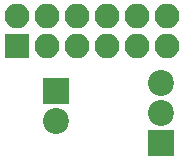
<source format=gbs>
G04 #@! TF.FileFunction,Soldermask,Bot*
%FSLAX46Y46*%
G04 Gerber Fmt 4.6, Leading zero omitted, Abs format (unit mm)*
G04 Created by KiCad (PCBNEW 4.0.6+dfsg1-1) date Wed May  9 09:06:51 2018*
%MOMM*%
%LPD*%
G01*
G04 APERTURE LIST*
%ADD10C,0.100000*%
%ADD11R,2.200000X2.200000*%
%ADD12C,2.200000*%
%ADD13R,2.100000X2.100000*%
%ADD14O,2.100000X2.100000*%
G04 APERTURE END LIST*
D10*
D11*
X148717000Y-101473000D03*
D12*
X148717000Y-98933000D03*
X148717000Y-96393000D03*
D11*
X139827000Y-97028000D03*
D12*
X139827000Y-99568000D03*
D13*
X136525000Y-93218000D03*
D14*
X136525000Y-90678000D03*
X139065000Y-93218000D03*
X139065000Y-90678000D03*
X141605000Y-93218000D03*
X141605000Y-90678000D03*
X144145000Y-93218000D03*
X144145000Y-90678000D03*
X146685000Y-93218000D03*
X146685000Y-90678000D03*
X149225000Y-93218000D03*
X149225000Y-90678000D03*
M02*

</source>
